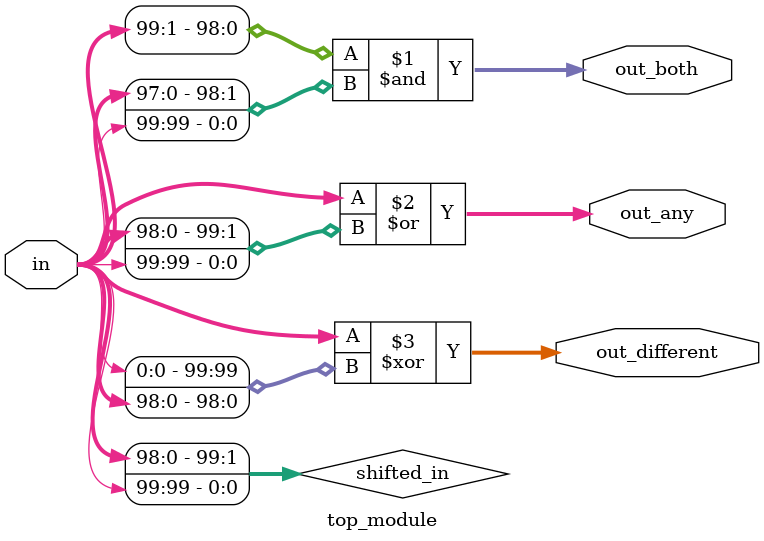
<source format=sv>
module top_module (
    input [99:0] in,
    output [98:0] out_both,
    output [99:0] out_any,
    output [99:0] out_different
);

    wire [99:0] shifted_in;
    
    // Right shift of the input
    assign shifted_in = {in[98:0], in[99]};

    // out_both: bit-wise AND operation
    assign out_both = in[99:1] & shifted_in[98:0];

    // out_any: bit-wise OR operation
    assign out_any = in | shifted_in;

    // out_different: bit-wise XOR operation
    assign out_different = in ^ {in[0], shifted_in[99:1]};

endmodule

</source>
